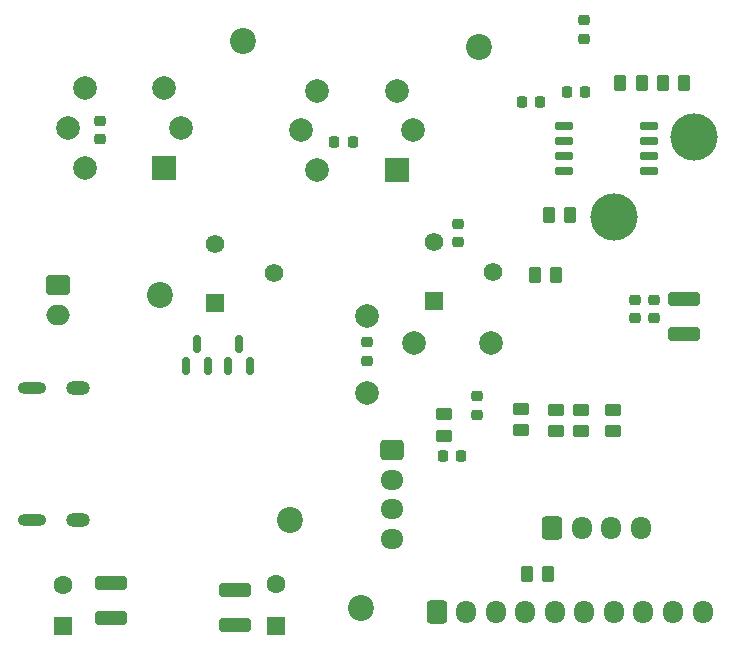
<source format=gbr>
%TF.GenerationSoftware,KiCad,Pcbnew,7.0.10-7.0.10~ubuntu22.04.1*%
%TF.CreationDate,2024-01-09T15:42:03+03:00*%
%TF.ProjectId,air-detector,6169722d-6465-4746-9563-746f722e6b69,rev?*%
%TF.SameCoordinates,Original*%
%TF.FileFunction,Soldermask,Bot*%
%TF.FilePolarity,Negative*%
%FSLAX46Y46*%
G04 Gerber Fmt 4.6, Leading zero omitted, Abs format (unit mm)*
G04 Created by KiCad (PCBNEW 7.0.10-7.0.10~ubuntu22.04.1) date 2024-01-09 15:42:03*
%MOMM*%
%LPD*%
G01*
G04 APERTURE LIST*
G04 Aperture macros list*
%AMRoundRect*
0 Rectangle with rounded corners*
0 $1 Rounding radius*
0 $2 $3 $4 $5 $6 $7 $8 $9 X,Y pos of 4 corners*
0 Add a 4 corners polygon primitive as box body*
4,1,4,$2,$3,$4,$5,$6,$7,$8,$9,$2,$3,0*
0 Add four circle primitives for the rounded corners*
1,1,$1+$1,$2,$3*
1,1,$1+$1,$4,$5*
1,1,$1+$1,$6,$7*
1,1,$1+$1,$8,$9*
0 Add four rect primitives between the rounded corners*
20,1,$1+$1,$2,$3,$4,$5,0*
20,1,$1+$1,$4,$5,$6,$7,0*
20,1,$1+$1,$6,$7,$8,$9,0*
20,1,$1+$1,$8,$9,$2,$3,0*%
G04 Aperture macros list end*
%ADD10C,4.000000*%
%ADD11C,2.200000*%
%ADD12R,1.560000X1.560000*%
%ADD13C,1.560000*%
%ADD14RoundRect,0.250000X-0.600000X-0.725000X0.600000X-0.725000X0.600000X0.725000X-0.600000X0.725000X0*%
%ADD15O,1.700000X1.950000*%
%ADD16C,2.000000*%
%ADD17R,2.000000X2.000000*%
%ADD18O,2.000000X1.200000*%
%ADD19O,2.400000X1.000000*%
%ADD20RoundRect,0.250000X-0.725000X0.600000X-0.725000X-0.600000X0.725000X-0.600000X0.725000X0.600000X0*%
%ADD21O,1.950000X1.700000*%
%ADD22RoundRect,0.250000X-0.750000X0.600000X-0.750000X-0.600000X0.750000X-0.600000X0.750000X0.600000X0*%
%ADD23O,2.000000X1.700000*%
%ADD24R,1.600000X1.600000*%
%ADD25C,1.600000*%
%ADD26RoundRect,0.225000X-0.225000X-0.250000X0.225000X-0.250000X0.225000X0.250000X-0.225000X0.250000X0*%
%ADD27RoundRect,0.225000X0.225000X0.250000X-0.225000X0.250000X-0.225000X-0.250000X0.225000X-0.250000X0*%
%ADD28RoundRect,0.250000X0.262500X0.450000X-0.262500X0.450000X-0.262500X-0.450000X0.262500X-0.450000X0*%
%ADD29RoundRect,0.250000X-0.450000X0.262500X-0.450000X-0.262500X0.450000X-0.262500X0.450000X0.262500X0*%
%ADD30RoundRect,0.225000X-0.250000X0.225000X-0.250000X-0.225000X0.250000X-0.225000X0.250000X0.225000X0*%
%ADD31RoundRect,0.250000X-0.262500X-0.450000X0.262500X-0.450000X0.262500X0.450000X-0.262500X0.450000X0*%
%ADD32RoundRect,0.250000X0.450000X-0.262500X0.450000X0.262500X-0.450000X0.262500X-0.450000X-0.262500X0*%
%ADD33RoundRect,0.225000X0.250000X-0.225000X0.250000X0.225000X-0.250000X0.225000X-0.250000X-0.225000X0*%
%ADD34RoundRect,0.150000X0.650000X0.150000X-0.650000X0.150000X-0.650000X-0.150000X0.650000X-0.150000X0*%
%ADD35RoundRect,0.250000X-1.100000X0.325000X-1.100000X-0.325000X1.100000X-0.325000X1.100000X0.325000X0*%
%ADD36RoundRect,0.250000X1.100000X-0.325000X1.100000X0.325000X-1.100000X0.325000X-1.100000X-0.325000X0*%
%ADD37RoundRect,0.150000X0.150000X-0.587500X0.150000X0.587500X-0.150000X0.587500X-0.150000X-0.587500X0*%
G04 APERTURE END LIST*
D10*
%TO.C,U2*%
X216400000Y-54350000D03*
X223150000Y-47600000D03*
%TD*%
D11*
%TO.C,H7*%
X178000000Y-61000000D03*
%TD*%
D12*
%TO.C,RV1*%
X201184000Y-61516000D03*
D13*
X206184000Y-59016000D03*
X201184000Y-56516000D03*
%TD*%
D14*
%TO.C,J11*%
X211174000Y-80741000D03*
D15*
X213674000Y-80741000D03*
X216174000Y-80741000D03*
X218674000Y-80741000D03*
%TD*%
D16*
%TO.C,SW1*%
X206000000Y-65000000D03*
X199500000Y-65000000D03*
%TD*%
D17*
%TO.C,U12*%
X178320000Y-50200000D03*
D16*
X179710000Y-46840000D03*
X178320000Y-43480000D03*
X171600000Y-43480000D03*
X170210000Y-46840000D03*
X171600000Y-50200000D03*
%TD*%
D18*
%TO.C,J1*%
X171025000Y-68809000D03*
D19*
X167100000Y-68809000D03*
D18*
X171025000Y-80009000D03*
D19*
X167100000Y-80009000D03*
%TD*%
D17*
%TO.C,U5*%
X198000000Y-50400000D03*
D16*
X199390000Y-47040000D03*
X198000000Y-43680000D03*
X191280000Y-43680000D03*
X189890000Y-47040000D03*
X191280000Y-50400000D03*
%TD*%
D11*
%TO.C,H9*%
X185000000Y-39500000D03*
%TD*%
D12*
%TO.C,RV3*%
X182625400Y-61618200D03*
D13*
X187625400Y-59118200D03*
X182625400Y-56618200D03*
%TD*%
D16*
%TO.C,SW3*%
X195500000Y-69250000D03*
X195500000Y-62750000D03*
%TD*%
D14*
%TO.C,J5*%
X201400000Y-87800000D03*
D15*
X203900000Y-87800000D03*
X206400000Y-87800000D03*
X208900000Y-87800000D03*
X211400000Y-87800000D03*
X213900000Y-87800000D03*
X216400000Y-87800000D03*
X218900000Y-87800000D03*
X221400000Y-87800000D03*
X223900000Y-87800000D03*
%TD*%
D11*
%TO.C,H5*%
X195000000Y-87500000D03*
%TD*%
D20*
%TO.C,J8*%
X197649000Y-74116000D03*
D21*
X197649000Y-76616000D03*
X197649000Y-79116000D03*
X197649000Y-81616000D03*
%TD*%
D11*
%TO.C,H6*%
X189000000Y-80000000D03*
%TD*%
D22*
%TO.C,J3*%
X169320600Y-60134200D03*
D23*
X169320600Y-62634200D03*
%TD*%
D24*
%TO.C,C11*%
X187824000Y-88968651D03*
D25*
X187824000Y-85468651D03*
%TD*%
D11*
%TO.C,H8*%
X205000000Y-40000000D03*
%TD*%
D24*
%TO.C,C4*%
X169724000Y-89000000D03*
D25*
X169724000Y-85500000D03*
%TD*%
D26*
%TO.C,C38*%
X208625000Y-44600000D03*
X210175000Y-44600000D03*
%TD*%
D27*
%TO.C,C6*%
X213975000Y-43800000D03*
X212425000Y-43800000D03*
%TD*%
D28*
%TO.C,R7*%
X218752500Y-43000000D03*
X216927500Y-43000000D03*
%TD*%
D29*
%TO.C,R12*%
X213600000Y-70687500D03*
X213600000Y-72512500D03*
%TD*%
D30*
%TO.C,C12*%
X203200000Y-54950000D03*
X203200000Y-56500000D03*
%TD*%
D31*
%TO.C,R21*%
X220527500Y-43000000D03*
X222352500Y-43000000D03*
%TD*%
D30*
%TO.C,C18*%
X218174000Y-61391000D03*
X218174000Y-62941000D03*
%TD*%
D31*
%TO.C,R34*%
X209687500Y-59300000D03*
X211512500Y-59300000D03*
%TD*%
D32*
%TO.C,R36*%
X208500000Y-72412500D03*
X208500000Y-70587500D03*
%TD*%
D33*
%TO.C,C16*%
X219774000Y-62941000D03*
X219774000Y-61391000D03*
%TD*%
D27*
%TO.C,C23*%
X203475000Y-74600000D03*
X201925000Y-74600000D03*
%TD*%
D34*
%TO.C,U3*%
X219400000Y-46695000D03*
X219400000Y-47965000D03*
X219400000Y-49235000D03*
X219400000Y-50505000D03*
X212200000Y-50505000D03*
X212200000Y-49235000D03*
X212200000Y-47965000D03*
X212200000Y-46695000D03*
%TD*%
D30*
%TO.C,C40*%
X195500000Y-64975000D03*
X195500000Y-66525000D03*
%TD*%
D31*
%TO.C,R17*%
X209011500Y-84616000D03*
X210836500Y-84616000D03*
%TD*%
D33*
%TO.C,C39*%
X213900000Y-39275000D03*
X213900000Y-37725000D03*
%TD*%
D29*
%TO.C,R10*%
X211500000Y-70687500D03*
X211500000Y-72512500D03*
%TD*%
D35*
%TO.C,C9*%
X184324000Y-85941000D03*
X184324000Y-88891000D03*
%TD*%
D27*
%TO.C,C7*%
X194275000Y-48000000D03*
X192725000Y-48000000D03*
%TD*%
D30*
%TO.C,C24*%
X204824000Y-69566000D03*
X204824000Y-71116000D03*
%TD*%
D29*
%TO.C,R20*%
X202000000Y-71053500D03*
X202000000Y-72878500D03*
%TD*%
D35*
%TO.C,C5*%
X173824000Y-85341000D03*
X173824000Y-88291000D03*
%TD*%
D36*
%TO.C,C17*%
X222324000Y-64241000D03*
X222324000Y-61291000D03*
%TD*%
D32*
%TO.C,R32*%
X216300000Y-72512500D03*
X216300000Y-70687500D03*
%TD*%
D37*
%TO.C,Q2*%
X185624000Y-67016000D03*
X183724000Y-67016000D03*
X184674000Y-65141000D03*
%TD*%
D28*
%TO.C,R6*%
X212712500Y-54200000D03*
X210887500Y-54200000D03*
%TD*%
D37*
%TO.C,Q1*%
X182024000Y-67016000D03*
X180124000Y-67016000D03*
X181074000Y-65141000D03*
%TD*%
D30*
%TO.C,C25*%
X172920000Y-46225000D03*
X172920000Y-47775000D03*
%TD*%
M02*

</source>
